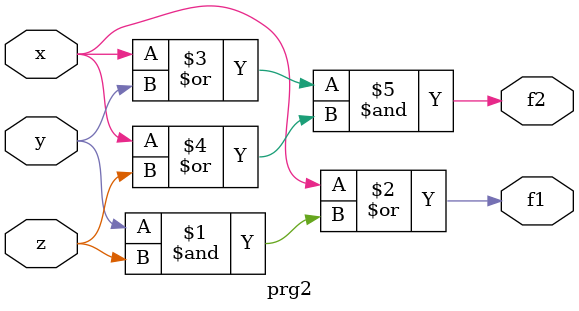
<source format=v>
module prg2(x,y,z,f1,f2);
input x,y,z;
output f1,f2;
assign f1=x|(y&z);
assign f2=(x|y)&(x|z);
endmodule

</source>
